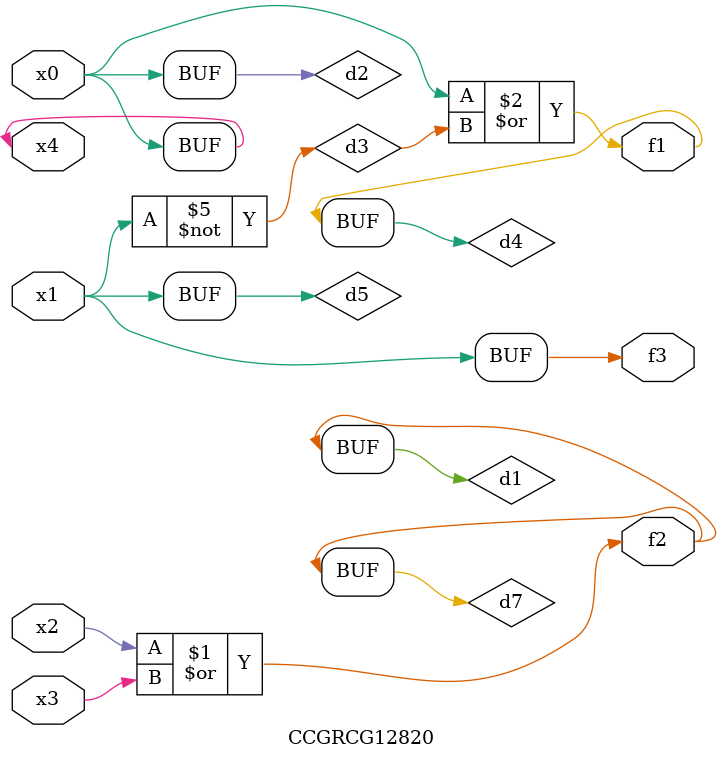
<source format=v>
module CCGRCG12820(
	input x0, x1, x2, x3, x4,
	output f1, f2, f3
);

	wire d1, d2, d3, d4, d5, d6, d7;

	or (d1, x2, x3);
	buf (d2, x0, x4);
	not (d3, x1);
	or (d4, d2, d3);
	not (d5, d3);
	nand (d6, d1, d3);
	or (d7, d1);
	assign f1 = d4;
	assign f2 = d7;
	assign f3 = d5;
endmodule

</source>
